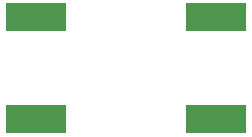
<source format=gbs>
%TF.GenerationSoftware,KiCad,Pcbnew,(5.1.10)-1*%
%TF.CreationDate,2021-09-17T13:17:30-04:00*%
%TF.ProjectId,ATTEN1,41545445-4e31-42e6-9b69-6361645f7063,rev?*%
%TF.SameCoordinates,Original*%
%TF.FileFunction,Soldermask,Bot*%
%TF.FilePolarity,Negative*%
%FSLAX46Y46*%
G04 Gerber Fmt 4.6, Leading zero omitted, Abs format (unit mm)*
G04 Created by KiCad (PCBNEW (5.1.10)-1) date 2021-09-17 13:17:30*
%MOMM*%
%LPD*%
G01*
G04 APERTURE LIST*
%ADD10R,5.080000X2.413000*%
G04 APERTURE END LIST*
D10*
%TO.C,P1*%
X30480000Y-34163000D03*
X30480000Y-25527000D03*
%TD*%
%TO.C,P6*%
X45720000Y-25527000D03*
X45720000Y-34163000D03*
%TD*%
M02*

</source>
